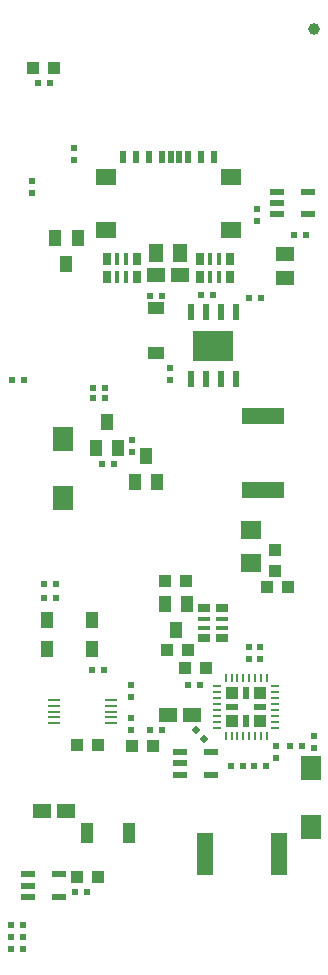
<source format=gbr>
%TF.GenerationSoftware,KiCad,Pcbnew,7.0.9-7.0.9~ubuntu22.04.1*%
%TF.CreationDate,2025-02-21T13:43:35+02:00*%
%TF.ProjectId,ESP32-PoE_Rev_M,45535033-322d-4506-9f45-5f5265765f4d,M*%
%TF.SameCoordinates,PX55f9470PYa244870*%
%TF.FileFunction,Paste,Bot*%
%TF.FilePolarity,Positive*%
%FSLAX46Y46*%
G04 Gerber Fmt 4.6, Leading zero omitted, Abs format (unit mm)*
G04 Created by KiCad (PCBNEW 7.0.9-7.0.9~ubuntu22.04.1) date 2025-02-21 13:43:35*
%MOMM*%
%LPD*%
G01*
G04 APERTURE LIST*
G04 Aperture macros list*
%AMRotRect*
0 Rectangle, with rotation*
0 The origin of the aperture is its center*
0 $1 length*
0 $2 width*
0 $3 Rotation angle, in degrees counterclockwise*
0 Add horizontal line*
21,1,$1,$2,0,0,$3*%
G04 Aperture macros list end*
%ADD10R,0.550000X0.500000*%
%ADD11R,0.500000X0.550000*%
%ADD12R,1.016000X0.635000*%
%ADD13R,1.016000X0.381000*%
%ADD14R,0.500000X1.000000*%
%ADD15R,1.760000X1.460000*%
%ADD16R,1.270000X1.524000*%
%ADD17R,0.635000X1.016000*%
%ADD18R,0.381000X1.016000*%
%ADD19R,1.000000X1.400000*%
%ADD20R,1.016000X1.016000*%
%ADD21R,1.524000X1.270000*%
%ADD22R,1.016000X1.778000*%
%ADD23R,1.700000X2.000000*%
%ADD24C,1.000000*%
%ADD25R,1.400000X1.000000*%
%ADD26R,1.200000X0.550000*%
%ADD27R,0.230000X0.780000*%
%ADD28R,0.780000X0.230000*%
%ADD29R,1.000000X1.000000*%
%ADD30R,0.600000X1.000000*%
%ADD31R,1.000000X0.600000*%
%ADD32RotRect,0.500000X0.550000X315.000000*%
%ADD33RotRect,0.500000X0.550000X135.000000*%
%ADD34R,1.778000X1.524000*%
%ADD35R,3.654000X1.454000*%
%ADD36R,0.980000X0.230000*%
%ADD37R,1.454000X3.654000*%
%ADD38R,0.600000X1.400000*%
%ADD39R,3.500000X2.600000*%
G04 APERTURE END LIST*
D10*
%TO.C,R40*%
X21483000Y63470000D03*
X21483000Y62454000D03*
%TD*%
D11*
%TO.C,R1*%
X782000Y48992000D03*
X1798000Y48992000D03*
%TD*%
D12*
%TO.C,RM1*%
X18562000Y29688000D03*
X17038000Y29688000D03*
D13*
X18562000Y28799000D03*
X17038000Y28799000D03*
X18562000Y28037000D03*
X17038000Y28037000D03*
D12*
X18562000Y27148000D03*
X17038000Y27148000D03*
%TD*%
D14*
%TO.C,MICRO_SD1*%
X14190000Y67913000D03*
X10140000Y67913000D03*
X11240000Y67913000D03*
X12340000Y67913000D03*
X13440000Y67913000D03*
X14890000Y67913000D03*
X15640000Y67913000D03*
X16740000Y67913000D03*
X17840000Y67913000D03*
D15*
X19290000Y61713000D03*
X19290000Y66163000D03*
X8690000Y61713000D03*
X8690000Y66163000D03*
%TD*%
D16*
%TO.C,C3*%
X15006000Y59787000D03*
X12974000Y59787000D03*
%TD*%
D17*
%TO.C,RM2*%
X8783000Y59279000D03*
X8783000Y57755000D03*
D18*
X9672000Y59279000D03*
X9672000Y57755000D03*
X10434000Y59279000D03*
X10434000Y57755000D03*
D17*
X11323000Y59279000D03*
X11323000Y57755000D03*
%TD*%
D10*
%TO.C,R46*%
X2433000Y64867000D03*
X2433000Y65883000D03*
%TD*%
D19*
%TO.C,FET3*%
X13675040Y30033440D03*
X15577500Y30033440D03*
X14622460Y27823640D03*
%TD*%
D20*
%TO.C,C9*%
X13863000Y26132000D03*
X15641000Y26132000D03*
%TD*%
D10*
%TO.C,C15*%
X23134000Y16988000D03*
X23134000Y18004000D03*
%TD*%
D11*
%TO.C,C16*%
X13482000Y19401000D03*
X12466000Y19401000D03*
%TD*%
%TO.C,C18*%
X16657000Y23211000D03*
X15641000Y23211000D03*
%TD*%
D20*
%TO.C,C17*%
X17165000Y24608000D03*
X15387000Y24608000D03*
%TD*%
D21*
%TO.C,L1*%
X13990000Y20671000D03*
X16022000Y20671000D03*
%TD*%
D20*
%TO.C,C1*%
X6243000Y6955000D03*
X8021000Y6955000D03*
%TD*%
D21*
%TO.C,L3*%
X3322000Y12543000D03*
X5354000Y12543000D03*
%TD*%
D11*
%TO.C,R6*%
X6116000Y5685000D03*
X7132000Y5685000D03*
%TD*%
%TO.C,R22*%
X655000Y1875000D03*
X1671000Y1875000D03*
%TD*%
%TO.C,C19*%
X655000Y859000D03*
X1671000Y859000D03*
%TD*%
D22*
%TO.C,C2*%
X7132000Y10638000D03*
X10688000Y10638000D03*
%TD*%
D20*
%TO.C,C7*%
X8021000Y18131000D03*
X6243000Y18131000D03*
%TD*%
D23*
%TO.C,D8*%
X26055000Y16186000D03*
X26055000Y11186000D03*
%TD*%
D11*
%TO.C,R14*%
X24277000Y18004000D03*
X25293000Y18004000D03*
%TD*%
D19*
%TO.C,Q2*%
X9730420Y43226200D03*
X7827960Y43226200D03*
X8783000Y45436000D03*
%TD*%
D23*
%TO.C,D1*%
X5100000Y43999000D03*
X5100000Y38999000D03*
%TD*%
D20*
%TO.C,C10*%
X15514000Y31974000D03*
X13736000Y31974000D03*
%TD*%
D11*
%TO.C,R21*%
X8402000Y41880000D03*
X9418000Y41880000D03*
%TD*%
D19*
%TO.C,Q3*%
X13034960Y40391560D03*
X11132500Y40391560D03*
X12087540Y42601360D03*
%TD*%
D10*
%TO.C,R35*%
X14117000Y50008000D03*
X14117000Y48992000D03*
%TD*%
%TO.C,R15*%
X26309000Y17877000D03*
X26309000Y18893000D03*
%TD*%
%TO.C,C8*%
X10815000Y20417000D03*
X10815000Y19401000D03*
%TD*%
D11*
%TO.C,R16*%
X3449000Y31720000D03*
X4465000Y31720000D03*
%TD*%
D24*
%TO.C,FID5*%
X26309000Y78710000D03*
%TD*%
D25*
%TO.C,D4*%
X12974000Y51283000D03*
X12974000Y55083000D03*
%TD*%
D11*
%TO.C,R18*%
X8529000Y24481000D03*
X7513000Y24481000D03*
%TD*%
%TO.C,R19*%
X4465000Y30577000D03*
X3449000Y30577000D03*
%TD*%
D10*
%TO.C,C14*%
X20848000Y25370000D03*
X20848000Y26386000D03*
%TD*%
%TO.C,R41*%
X21737000Y26386000D03*
X21737000Y25370000D03*
%TD*%
D11*
%TO.C,TVS2*%
X22245000Y16353000D03*
X21229000Y16353000D03*
%TD*%
%TO.C,TVS3*%
X19324000Y16353000D03*
X20340000Y16353000D03*
%TD*%
D26*
%TO.C,TVS1*%
X14976000Y15591000D03*
X14976000Y16541000D03*
X14976000Y17491000D03*
X17576000Y17491000D03*
X17576000Y15591000D03*
%TD*%
D27*
%TO.C,U4*%
X18844000Y18856000D03*
X19344000Y18856000D03*
X19844000Y18856000D03*
X20344000Y18856000D03*
X20844000Y18856000D03*
X21344000Y18856000D03*
X21844000Y18856000D03*
X22344000Y18856000D03*
D28*
X23044000Y19556000D03*
X23044000Y20056000D03*
X23044000Y20556000D03*
X23044000Y21056000D03*
X23044000Y21556000D03*
X23044000Y22056000D03*
X23044000Y22556000D03*
X23044000Y23056000D03*
D27*
X22344000Y23756000D03*
X21844000Y23756000D03*
X21344000Y23756000D03*
X20844000Y23756000D03*
X20344000Y23756000D03*
X19844000Y23756000D03*
X19344000Y23756000D03*
X18844000Y23756000D03*
D28*
X18144000Y23056000D03*
X18144000Y22556000D03*
X18144000Y22056000D03*
X18144000Y21556000D03*
X18144000Y21056000D03*
X18144000Y20556000D03*
X18144000Y20056000D03*
X18144000Y19556000D03*
D29*
X21794000Y22506000D03*
D30*
X20594000Y22506000D03*
D29*
X19394000Y22506000D03*
D31*
X21794000Y21306000D03*
X19394000Y21306000D03*
D29*
X21794000Y20106000D03*
D30*
X20594000Y20106000D03*
D29*
X19394000Y20106000D03*
%TD*%
D32*
%TO.C,R26*%
X17038000Y18639000D03*
D33*
X16319580Y19357420D03*
%TD*%
D20*
%TO.C,C13*%
X12720000Y18004000D03*
X10942000Y18004000D03*
%TD*%
D19*
%TO.C,D6*%
X7508000Y28672000D03*
X3708000Y28672000D03*
%TD*%
%TO.C,D7*%
X3708000Y26259000D03*
X7508000Y26259000D03*
%TD*%
D34*
%TO.C,R28*%
X20975000Y33498000D03*
X20975000Y36292000D03*
%TD*%
D10*
%TO.C,R20*%
X10942000Y43912000D03*
X10942000Y42896000D03*
%TD*%
D11*
%TO.C,R9*%
X3957000Y74138000D03*
X2941000Y74138000D03*
%TD*%
D17*
%TO.C,RM3*%
X16657000Y59279000D03*
X16657000Y57755000D03*
D18*
X17546000Y59279000D03*
X17546000Y57755000D03*
X18308000Y59279000D03*
X18308000Y57755000D03*
D17*
X19197000Y59279000D03*
X19197000Y57755000D03*
%TD*%
D35*
%TO.C,R42*%
X21991000Y45944800D03*
X21991000Y39644800D03*
%TD*%
D20*
%TO.C,C26*%
X22372000Y31466000D03*
X24150000Y31466000D03*
%TD*%
%TO.C,R43*%
X23007000Y32863000D03*
X23007000Y34641000D03*
%TD*%
D11*
%TO.C,C28*%
X24658000Y61311000D03*
X25674000Y61311000D03*
%TD*%
D10*
%TO.C,R45*%
X5989000Y68677000D03*
X5989000Y67661000D03*
%TD*%
D26*
%TO.C,U8*%
X23230999Y63028000D03*
X23230999Y63978000D03*
X23230999Y64928000D03*
X25830999Y64928000D03*
X25830999Y63028000D03*
%TD*%
%TO.C,U3*%
X2149000Y5243000D03*
X2149000Y6193000D03*
X2149000Y7143000D03*
X4749000Y7143000D03*
X4749000Y5243000D03*
%TD*%
D11*
%TO.C,R17*%
X1671000Y2891000D03*
X655000Y2891000D03*
%TD*%
D19*
%TO.C,T1*%
X4404040Y61021440D03*
X6306500Y61021440D03*
X5351460Y58811640D03*
%TD*%
D11*
%TO.C,R2*%
X7640000Y47468000D03*
X8656000Y47468000D03*
%TD*%
%TO.C,R3*%
X8656000Y48357000D03*
X7640000Y48357000D03*
%TD*%
D20*
%TO.C,C20*%
X4338000Y75408000D03*
X2560000Y75408000D03*
%TD*%
D21*
%TO.C,L5*%
X12974000Y57882000D03*
X15006000Y57882000D03*
%TD*%
D11*
%TO.C,R37*%
X12466000Y56104000D03*
X13482000Y56104000D03*
%TD*%
%TO.C,R52*%
X16784000Y56231000D03*
X17800000Y56231000D03*
%TD*%
D21*
%TO.C,R54*%
X23896000Y57628000D03*
X23896000Y59660000D03*
%TD*%
D36*
%TO.C,U1*%
X4351000Y19925000D03*
X4351000Y20425000D03*
X4351000Y20925000D03*
X4351000Y21425000D03*
X4351000Y21925000D03*
X9151000Y21925000D03*
X9151000Y21425000D03*
X9151000Y20925000D03*
X9151000Y20425000D03*
X9151000Y19925000D03*
%TD*%
D37*
%TO.C,R7*%
X17063000Y8860000D03*
X23363000Y8860000D03*
%TD*%
D10*
%TO.C,R55*%
X10815000Y22195000D03*
X10815000Y23211000D03*
%TD*%
D11*
%TO.C,R53*%
X20848000Y55977000D03*
X21864000Y55977000D03*
%TD*%
D38*
%TO.C,U9*%
X15895000Y54713000D03*
X17165000Y54713000D03*
X18435000Y54713000D03*
X19705000Y54713000D03*
X19705000Y49113000D03*
X18435000Y49113000D03*
X17165000Y49113000D03*
X15895000Y49113000D03*
D39*
X17800000Y51913000D03*
%TD*%
M02*

</source>
